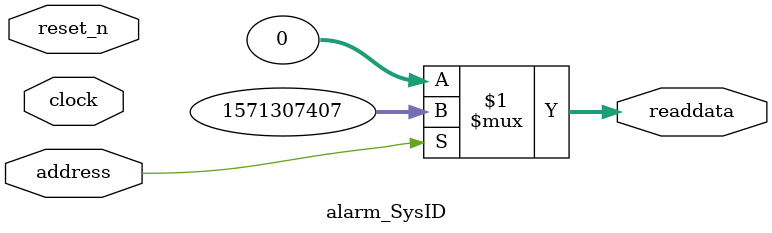
<source format=v>



// synthesis translate_off
`timescale 1ns / 1ps
// synthesis translate_on

// turn off superfluous verilog processor warnings 
// altera message_level Level1 
// altera message_off 10034 10035 10036 10037 10230 10240 10030 

module alarm_SysID (
               // inputs:
                address,
                clock,
                reset_n,

               // outputs:
                readdata
             )
;

  output  [ 31: 0] readdata;
  input            address;
  input            clock;
  input            reset_n;

  wire    [ 31: 0] readdata;
  //control_slave, which is an e_avalon_slave
  assign readdata = address ? 1571307407 : 0;

endmodule



</source>
